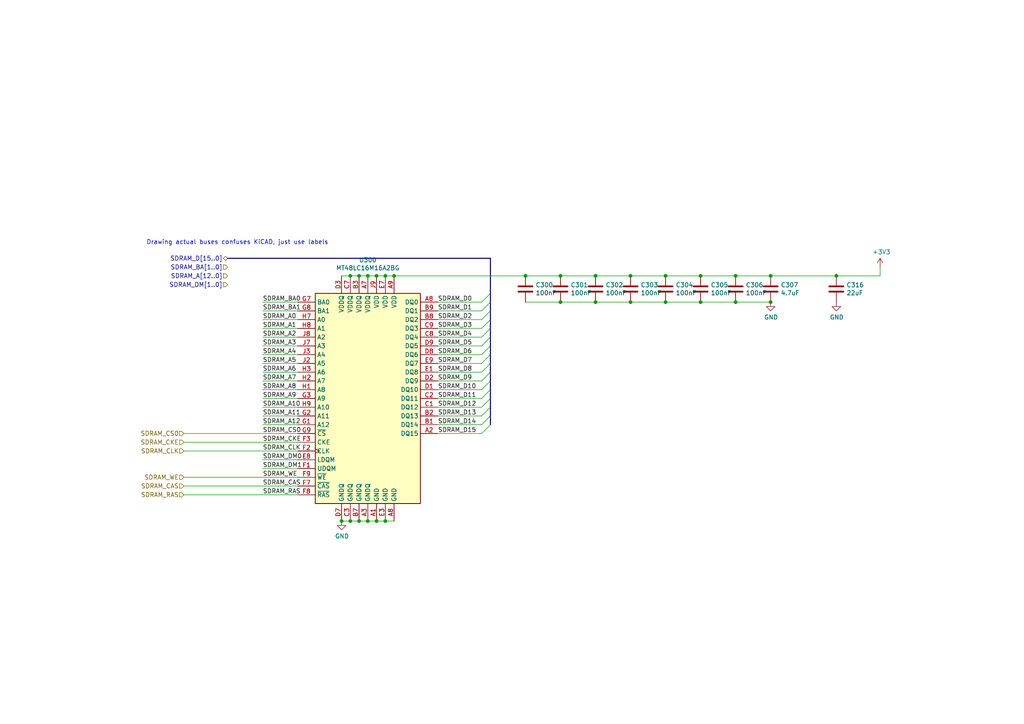
<source format=kicad_sch>
(kicad_sch (version 20210621) (generator eeschema)
  (paper "A4")
  (title_block (title "SitinaNe") (rev "R0.2") (company "Wenting"))
  (lib_symbols
    (symbol "Device:C" (pin_numbers hide) (pin_names (offset 0.254))
      (property "Reference" "C" (at 0.635 2.54 0))
      (property "Value" "C" (at 0.635 -2.54 0))
      (symbol "C_0_1"
        (polyline (pts (xy -2.032 -0.762) (xy 2.032 -0.762)) (stroke (width 0.508)))
        (polyline (pts (xy -2.032 0.762) (xy 2.032 0.762)) (stroke (width 0.508)))
      )
      (symbol "C_1_1"
        (pin passive line (at 0 3.81 270) (length 2.794) (name "~") (number "1"))
        (pin passive line (at 0 -3.81 90) (length 2.794) (name "~") (number "2"))
      )
    )
    (symbol "Sitina:MT48LC32M16A2B4"
      (property "Reference" "U" (at -15.24 31.75 0))
      (property "Value" "MT48LC32M16A2B4" (at -15.24 -31.75 0))
      (symbol "MT48LC32M16A2B4_1_1"
        (rectangle (start -15.24 30.48) (end 15.24 -30.48) (stroke (width 0.254)) (fill (type background)))
        (pin power_in line (at 2.54 -35.56 90) (length 5.08) (name "GND") (number "A1"))
        (pin bidirectional line (at 20.32 -10.16 180) (length 5.08) (name "DQ15") (number "A2"))
        (pin power_in line (at 0 -35.56 90) (length 5.08) (name "GNDQ") (number "A3"))
        (pin power_in line (at 0 35.56 270) (length 5.08) (name "VDDQ") (number "A7"))
        (pin bidirectional line (at 20.32 27.94 180) (length 5.08) (name "DQ0") (number "A8"))
        (pin power_in line (at 7.62 -35.56 90) (length 5.08) (name "GND") (number "A8"))
        (pin power_in line (at 7.62 35.56 270) (length 5.08) (name "VDD") (number "A9"))
        (pin bidirectional line (at 20.32 -7.62 180) (length 5.08) (name "DQ14") (number "B1"))
        (pin bidirectional line (at 20.32 -5.08 180) (length 5.08) (name "DQ13") (number "B2"))
        (pin power_in line (at -2.54 35.56 270) (length 5.08) (name "VDDQ") (number "B3"))
        (pin power_in line (at -2.54 -35.56 90) (length 5.08) (name "GNDQ") (number "B7"))
        (pin bidirectional line (at 20.32 22.86 180) (length 5.08) (name "DQ2") (number "B8"))
        (pin bidirectional line (at 20.32 25.4 180) (length 5.08) (name "DQ1") (number "B9"))
        (pin bidirectional line (at 20.32 -2.54 180) (length 5.08) (name "DQ12") (number "C1"))
        (pin bidirectional line (at 20.32 0 180) (length 5.08) (name "DQ11") (number "C2"))
        (pin power_in line (at -5.08 -35.56 90) (length 5.08) (name "GNDQ") (number "C3"))
        (pin power_in line (at -5.08 35.56 270) (length 5.08) (name "VDDQ") (number "C7"))
        (pin bidirectional line (at 20.32 17.78 180) (length 5.08) (name "DQ4") (number "C8"))
        (pin bidirectional line (at 20.32 20.32 180) (length 5.08) (name "DQ3") (number "C9"))
        (pin bidirectional line (at 20.32 2.54 180) (length 5.08) (name "DQ10") (number "D1"))
        (pin bidirectional line (at 20.32 5.08 180) (length 5.08) (name "DQ9") (number "D2"))
        (pin power_in line (at -7.62 35.56 270) (length 5.08) (name "VDDQ") (number "D3"))
        (pin power_in line (at -7.62 -35.56 90) (length 5.08) (name "GNDQ") (number "D7"))
        (pin bidirectional line (at 20.32 12.7 180) (length 5.08) (name "DQ6") (number "D8"))
        (pin bidirectional line (at 20.32 15.24 180) (length 5.08) (name "DQ5") (number "D9"))
        (pin bidirectional line (at 20.32 7.62 180) (length 5.08) (name "DQ8") (number "E1"))
        (pin no_connect line (at 15.24 -20.32 180) (length 5.08) hide (name "NC") (number "E2"))
        (pin power_in line (at 5.08 -35.56 90) (length 5.08) (name "GND") (number "E3"))
        (pin power_in line (at 5.08 35.56 270) (length 5.08) (name "VDD") (number "E7"))
        (pin input line (at -20.32 -17.78 0) (length 5.08) (name "LDQM") (number "E8"))
        (pin bidirectional line (at 20.32 10.16 180) (length 5.08) (name "DQ7") (number "E9"))
        (pin input line (at -20.32 -20.32 0) (length 5.08) (name "UDQM") (number "F1"))
        (pin input clock (at -20.32 -15.24 0) (length 5.08) (name "CLK") (number "F2"))
        (pin input line (at -20.32 -12.7 0) (length 5.08) (name "CKE") (number "F3"))
        (pin input line (at -20.32 -25.4 0) (length 5.08) (name "~{CAS}") (number "F7"))
        (pin input line (at -20.32 -27.94 0) (length 5.08) (name "~{RAS}") (number "F8"))
        (pin input line (at -20.32 -22.86 0) (length 5.08) (name "~{WE}") (number "F9"))
        (pin input line (at -20.32 -7.62 0) (length 5.08) (name "A12") (number "G1"))
        (pin input line (at -20.32 -5.08 0) (length 5.08) (name "A11") (number "G2"))
        (pin input line (at -20.32 0 0) (length 5.08) (name "A9") (number "G3"))
        (pin input line (at -20.32 27.94 0) (length 5.08) (name "BA0") (number "G7"))
        (pin input line (at -20.32 25.4 0) (length 5.08) (name "BA1") (number "G8"))
        (pin input line (at -20.32 -10.16 0) (length 5.08) (name "~{CS}") (number "G9"))
        (pin input line (at -20.32 2.54 0) (length 5.08) (name "A8") (number "H1"))
        (pin input line (at -20.32 5.08 0) (length 5.08) (name "A7") (number "H2"))
        (pin input line (at -20.32 7.62 0) (length 5.08) (name "A6") (number "H3"))
        (pin input line (at -20.32 22.86 0) (length 5.08) (name "A0") (number "H7"))
        (pin input line (at -20.32 20.32 0) (length 5.08) (name "A1") (number "H8"))
        (pin input line (at -20.32 -2.54 0) (length 5.08) (name "A10") (number "H9"))
        (pin input line (at -20.32 10.16 0) (length 5.08) (name "A5") (number "J2"))
        (pin input line (at -20.32 12.7 0) (length 5.08) (name "A4") (number "J3"))
        (pin input line (at -20.32 15.24 0) (length 5.08) (name "A3") (number "J7"))
        (pin input line (at -20.32 17.78 0) (length 5.08) (name "A2") (number "J8"))
        (pin power_in line (at 2.54 35.56 270) (length 5.08) (name "VDD") (number "J9"))
      )
    )
    (symbol "power:+3V3" (power) (pin_names (offset 0))
      (property "Value" "+3V3" (at 0 3.556 0))
      (symbol "+3V3_0_1"
        (polyline (pts (xy -0.762 1.27) (xy 0 2.54)))
        (polyline (pts (xy 0 0) (xy 0 2.54)))
        (polyline (pts (xy 0 2.54) (xy 0.762 1.27)))
      )
      (symbol "+3V3_1_1"
        (pin power_in line (at 0 0 90) (length 0) hide (name "+3V3") (number "1"))
      )
    )
    (symbol "power:GND" (power) (pin_names (offset 0))
      (property "Value" "GND" (at 0 -3.81 0))
      (symbol "GND_0_1"
        (polyline (pts (xy 0 0) (xy 0 -1.27) (xy 1.27 -1.27) (xy 0 -2.54) (xy -1.27 -1.27) (xy 0 -1.27)))
      )
      (symbol "GND_1_1"
        (pin power_in line (at 0 0 270) (length 0) hide (name "GND") (number "1"))
      )
    )
  )
  (junction (at 193.04 87.63) (diameter 0.9144))
  (junction (at 104.14 151.13) (diameter 0.9144))
  (junction (at 203.2 87.63) (diameter 0.9144))
  (junction (at 106.68 151.13) (diameter 0.9144))
  (junction (at 203.2 80.01) (diameter 0.9144))
  (junction (at 172.72 87.63) (diameter 0.9144))
  (junction (at 111.76 80.01) (diameter 0.9144))
  (junction (at 162.56 80.01) (diameter 0.9144))
  (junction (at 106.68 80.01) (diameter 0.9144))
  (junction (at 111.76 151.13) (diameter 0.9144))
  (junction (at 242.57 80.01) (diameter 0.9144))
  (junction (at 162.56 87.63) (diameter 0.9144))
  (junction (at 152.4 80.01) (diameter 0.9144))
  (junction (at 213.36 87.63) (diameter 0.9144))
  (junction (at 182.88 87.63) (diameter 0.9144))
  (junction (at 223.52 87.63) (diameter 0.9144))
  (junction (at 114.3 80.01) (diameter 0.9144))
  (junction (at 109.22 80.01) (diameter 0.9144))
  (junction (at 101.6 151.13) (diameter 0.9144))
  (junction (at 172.72 80.01) (diameter 0.9144))
  (junction (at 104.14 80.01) (diameter 0.9144))
  (junction (at 193.04 80.01) (diameter 0.9144))
  (junction (at 99.06 151.13) (diameter 0.9144))
  (junction (at 101.6 80.01) (diameter 0.9144))
  (junction (at 213.36 80.01) (diameter 0.9144))
  (junction (at 223.52 80.01) (diameter 0.9144))
  (junction (at 182.88 80.01) (diameter 0.9144))
  (junction (at 109.22 151.13) (diameter 0.9144))
  (bus_entry (at 139.7 110.49) (size 2.54 -2.54) (stroke (width 0.1524)))
  (bus_entry (at 139.7 102.87) (size 2.54 -2.54) (stroke (width 0.1524)))
  (bus_entry (at 139.7 125.73) (size 2.54 -2.54) (stroke (width 0.1524)))
  (bus_entry (at 139.7 107.95) (size 2.54 -2.54) (stroke (width 0.1524)))
  (bus_entry (at 139.7 87.63) (size 2.54 -2.54) (stroke (width 0.1524)))
  (bus_entry (at 139.7 97.79) (size 2.54 -2.54) (stroke (width 0.1524)))
  (bus_entry (at 139.7 115.57) (size 2.54 -2.54) (stroke (width 0.1524)))
  (bus_entry (at 139.7 118.11) (size 2.54 -2.54) (stroke (width 0.1524)))
  (bus_entry (at 139.7 100.33) (size 2.54 -2.54) (stroke (width 0.1524)))
  (bus_entry (at 139.7 113.03) (size 2.54 -2.54) (stroke (width 0.1524)))
  (bus_entry (at 139.7 105.41) (size 2.54 -2.54) (stroke (width 0.1524)))
  (bus_entry (at 139.7 95.25) (size 2.54 -2.54) (stroke (width 0.1524)))
  (bus_entry (at 139.7 90.17) (size 2.54 -2.54) (stroke (width 0.1524)))
  (bus_entry (at 139.7 120.65) (size 2.54 -2.54) (stroke (width 0.1524)))
  (bus_entry (at 139.7 123.19) (size 2.54 -2.54) (stroke (width 0.1524)))
  (bus_entry (at 139.7 92.71) (size 2.54 -2.54) (stroke (width 0.1524)))
  (wire (pts (xy 127 125.73) (xy 139.7 125.73)))
  (wire (pts (xy 127 115.57) (xy 139.7 115.57)))
  (wire (pts (xy 193.04 80.01) (xy 182.88 80.01)))
  (wire (pts (xy 242.57 80.01) (xy 255.27 80.01)))
  (wire (pts (xy 76.2 123.19) (xy 86.36 123.19)))
  (wire (pts (xy 127 100.33) (xy 139.7 100.33)))
  (wire (pts (xy 76.2 87.63) (xy 86.36 87.63)))
  (wire (pts (xy 182.88 87.63) (xy 193.04 87.63)))
  (wire (pts (xy 53.34 143.51) (xy 86.36 143.51)))
  (wire (pts (xy 76.2 92.71) (xy 86.36 92.71)))
  (wire (pts (xy 203.2 80.01) (xy 193.04 80.01)))
  (wire (pts (xy 162.56 80.01) (xy 152.4 80.01)))
  (wire (pts (xy 127 123.19) (xy 139.7 123.19)))
  (wire (pts (xy 53.34 128.27) (xy 86.36 128.27)))
  (wire (pts (xy 127 92.71) (xy 139.7 92.71)))
  (wire (pts (xy 53.34 138.43) (xy 86.36 138.43)))
  (wire (pts (xy 104.14 151.13) (xy 101.6 151.13)))
  (wire (pts (xy 76.2 113.03) (xy 86.36 113.03)))
  (wire (pts (xy 127 87.63) (xy 139.7 87.63)))
  (bus (pts (xy 142.24 74.93) (xy 66.04 74.93)))
  (wire (pts (xy 255.27 77.47) (xy 255.27 80.01)))
  (wire (pts (xy 109.22 151.13) (xy 106.68 151.13)))
  (wire (pts (xy 109.22 80.01) (xy 106.68 80.01)))
  (wire (pts (xy 53.34 125.73) (xy 86.36 125.73)))
  (wire (pts (xy 213.36 87.63) (xy 223.52 87.63)))
  (wire (pts (xy 76.2 102.87) (xy 86.36 102.87)))
  (wire (pts (xy 127 110.49) (xy 139.7 110.49)))
  (wire (pts (xy 111.76 80.01) (xy 109.22 80.01)))
  (wire (pts (xy 203.2 87.63) (xy 213.36 87.63)))
  (wire (pts (xy 76.2 95.25) (xy 86.36 95.25)))
  (wire (pts (xy 127 118.11) (xy 139.7 118.11)))
  (wire (pts (xy 127 105.41) (xy 139.7 105.41)))
  (wire (pts (xy 111.76 151.13) (xy 109.22 151.13)))
  (wire (pts (xy 127 97.79) (xy 139.7 97.79)))
  (wire (pts (xy 127 120.65) (xy 139.7 120.65)))
  (wire (pts (xy 127 95.25) (xy 139.7 95.25)))
  (wire (pts (xy 101.6 80.01) (xy 99.06 80.01)))
  (wire (pts (xy 106.68 80.01) (xy 104.14 80.01)))
  (wire (pts (xy 53.34 130.81) (xy 86.36 130.81)))
  (wire (pts (xy 162.56 87.63) (xy 172.72 87.63)))
  (wire (pts (xy 76.2 105.41) (xy 86.36 105.41)))
  (wire (pts (xy 76.2 110.49) (xy 86.36 110.49)))
  (wire (pts (xy 182.88 80.01) (xy 172.72 80.01)))
  (wire (pts (xy 213.36 80.01) (xy 203.2 80.01)))
  (wire (pts (xy 127 113.03) (xy 139.7 113.03)))
  (wire (pts (xy 76.2 135.89) (xy 86.36 135.89)))
  (bus (pts (xy 142.24 85.09) (xy 142.24 87.63)))
  (bus (pts (xy 142.24 74.93) (xy 142.24 85.09)))
  (bus (pts (xy 142.24 87.63) (xy 142.24 90.17)))
  (bus (pts (xy 142.24 90.17) (xy 142.24 92.71)))
  (bus (pts (xy 142.24 92.71) (xy 142.24 95.25)))
  (bus (pts (xy 142.24 95.25) (xy 142.24 97.79)))
  (bus (pts (xy 142.24 97.79) (xy 142.24 100.33)))
  (bus (pts (xy 142.24 100.33) (xy 142.24 102.87)))
  (bus (pts (xy 142.24 102.87) (xy 142.24 105.41)))
  (bus (pts (xy 142.24 105.41) (xy 142.24 107.95)))
  (bus (pts (xy 142.24 115.57) (xy 142.24 118.11)))
  (bus (pts (xy 142.24 107.95) (xy 142.24 110.49)))
  (bus (pts (xy 142.24 110.49) (xy 142.24 113.03)))
  (bus (pts (xy 142.24 113.03) (xy 142.24 115.57)))
  (bus (pts (xy 142.24 118.11) (xy 142.24 120.65)))
  (bus (pts (xy 142.24 120.65) (xy 142.24 123.19)))
  (wire (pts (xy 114.3 80.01) (xy 111.76 80.01)))
  (wire (pts (xy 114.3 151.13) (xy 111.76 151.13)))
  (wire (pts (xy 76.2 120.65) (xy 86.36 120.65)))
  (wire (pts (xy 101.6 151.13) (xy 99.06 151.13)))
  (wire (pts (xy 127 107.95) (xy 139.7 107.95)))
  (wire (pts (xy 172.72 87.63) (xy 182.88 87.63)))
  (wire (pts (xy 223.52 80.01) (xy 242.57 80.01)))
  (wire (pts (xy 76.2 100.33) (xy 86.36 100.33)))
  (wire (pts (xy 53.34 140.97) (xy 86.36 140.97)))
  (wire (pts (xy 152.4 80.01) (xy 114.3 80.01)))
  (wire (pts (xy 104.14 80.01) (xy 101.6 80.01)))
  (wire (pts (xy 127 90.17) (xy 139.7 90.17)))
  (wire (pts (xy 172.72 80.01) (xy 162.56 80.01)))
  (wire (pts (xy 193.04 87.63) (xy 203.2 87.63)))
  (wire (pts (xy 76.2 90.17) (xy 86.36 90.17)))
  (wire (pts (xy 76.2 118.11) (xy 86.36 118.11)))
  (wire (pts (xy 127 102.87) (xy 139.7 102.87)))
  (wire (pts (xy 106.68 151.13) (xy 104.14 151.13)))
  (wire (pts (xy 76.2 107.95) (xy 86.36 107.95)))
  (wire (pts (xy 223.52 80.01) (xy 213.36 80.01)))
  (wire (pts (xy 76.2 115.57) (xy 86.36 115.57)))
  (wire (pts (xy 152.4 87.63) (xy 162.56 87.63)))
  (wire (pts (xy 76.2 133.35) (xy 86.36 133.35)))
  (wire (pts (xy 76.2 97.79) (xy 86.36 97.79)))
  (text "Drawing actual buses confuses KiCAD, just use labels" (at 95.25 71.12 0) (effects (font (size 1.27 1.27)) (justify right bottom)))
  (label "SDRAM_A11" (at 76.2 120.65 0))
  (label "SDRAM_D8" (at 127 107.95 0))
  (label "SDRAM_A2" (at 76.2 97.79 0))
  (label "SDRAM_A12" (at 76.2 123.19 0))
  (label "SDRAM_D4" (at 127 97.79 0))
  (label "SDRAM_D7" (at 127 105.41 0))
  (label "SDRAM_A1" (at 76.2 95.25 0))
  (label "SDRAM_CAS" (at 76.2 140.97 0))
  (label "SDRAM_A7" (at 76.2 110.49 0))
  (label "SDRAM_D15" (at 127 125.73 0))
  (label "SDRAM_A6" (at 76.2 107.95 0))
  (label "SDRAM_A10" (at 76.2 118.11 0))
  (label "SDRAM_A0" (at 76.2 92.71 0))
  (label "SDRAM_DM0" (at 76.2 133.35 0))
  (label "SDRAM_BA1" (at 76.2 90.17 0))
  (label "SDRAM_D13" (at 127 120.65 0))
  (label "SDRAM_WE" (at 76.2 138.43 0))
  (label "SDRAM_CS0" (at 76.2 125.73 0))
  (label "SDRAM_A5" (at 76.2 105.41 0))
  (label "SDRAM_D1" (at 127 90.17 0))
  (label "SDRAM_D14" (at 127 123.19 0))
  (label "SDRAM_A8" (at 76.2 113.03 0))
  (label "SDRAM_CKE" (at 76.2 128.27 0))
  (label "SDRAM_CLK" (at 76.2 130.81 0))
  (label "SDRAM_D12" (at 127 118.11 0))
  (label "SDRAM_DM1" (at 76.2 135.89 0))
  (label "SDRAM_D9" (at 127 110.49 0))
  (label "SDRAM_A9" (at 76.2 115.57 0))
  (label "SDRAM_BA0" (at 76.2 87.63 0))
  (label "SDRAM_D11" (at 127 115.57 0))
  (label "SDRAM_RAS" (at 76.2 143.51 0))
  (label "SDRAM_A3" (at 76.2 100.33 0))
  (label "SDRAM_D3" (at 127 95.25 0))
  (label "SDRAM_A4" (at 76.2 102.87 0))
  (label "SDRAM_D0" (at 127 87.63 0))
  (label "SDRAM_D5" (at 127 100.33 0))
  (label "SDRAM_D2" (at 127 92.71 0))
  (label "SDRAM_D6" (at 127 102.87 0))
  (label "SDRAM_D10" (at 127 113.03 0))
  (hierarchical_label "SDRAM_BA[1..0]" (shape input) (at 66.04 77.47 180))
  (hierarchical_label "SDRAM_DM[1..0]" (shape input) (at 66.04 82.55 180))
  (hierarchical_label "SDRAM_RAS" (shape input) (at 53.34 143.51 180))
  (hierarchical_label "SDRAM_CAS" (shape input) (at 53.34 140.97 180))
  (hierarchical_label "SDRAM_A[12..0]" (shape input) (at 66.04 80.01 180))
  (hierarchical_label "SDRAM_D[15..0]" (shape bidirectional) (at 66.04 74.93 180))
  (hierarchical_label "SDRAM_WE" (shape input) (at 53.34 138.43 180))
  (hierarchical_label "SDRAM_CS0" (shape input) (at 53.34 125.73 180))
  (hierarchical_label "SDRAM_CLK" (shape input) (at 53.34 130.81 180))
  (hierarchical_label "SDRAM_CKE" (shape input) (at 53.34 128.27 180))
  (symbol (lib_id "Sitina:MT48LC32M16A2B4") (at 106.68 115.57 0) (unit 1)
    (property "Reference" "U300" (at 106.68 75.4126 0))
    (property "Value" "MT48LC16M16A2BG" (at 106.68 77.724 0))
    (property "Footprint" "Footprints:BGA-54_9x9_8.0x8.0mm" (effects hide))
  )
  (symbol (lib_id "power:GND") (at 99.06 151.13 0) (unit 1)
    (property "Reference" "#PWR0102" (effects hide))
    (property "Value" "GND" (at 99.187 155.5242 0))
  )
  (symbol (lib_id "Device:C") (at 152.4 83.82 0) (unit 1)
    (property "Reference" "C300" (at 155.321 82.6516 0) (effects (justify left)))
    (property "Value" "100nF" (at 155.321 84.963 0) (effects (justify left)))
    (property "Footprint" "Capacitor_SMD:C_0402_1005Metric" (effects hide))
  )
  (symbol (lib_id "Device:C") (at 162.56 83.82 0) (unit 1)
    (property "Reference" "C301" (at 165.481 82.6516 0) (effects (justify left)))
    (property "Value" "100nF" (at 165.481 84.963 0) (effects (justify left)))
    (property "Footprint" "Capacitor_SMD:C_0402_1005Metric" (effects hide))
  )
  (symbol (lib_id "Device:C") (at 172.72 83.82 0) (unit 1)
    (property "Reference" "C302" (at 175.641 82.6516 0) (effects (justify left)))
    (property "Value" "100nF" (at 175.641 84.963 0) (effects (justify left)))
    (property "Footprint" "Capacitor_SMD:C_0402_1005Metric" (effects hide))
  )
  (symbol (lib_id "Device:C") (at 182.88 83.82 0) (unit 1)
    (property "Reference" "C303" (at 185.801 82.6516 0) (effects (justify left)))
    (property "Value" "100nF" (at 185.801 84.963 0) (effects (justify left)))
    (property "Footprint" "Capacitor_SMD:C_0402_1005Metric" (effects hide))
  )
  (symbol (lib_id "Device:C") (at 193.04 83.82 0) (unit 1)
    (property "Reference" "C304" (at 195.961 82.6516 0) (effects (justify left)))
    (property "Value" "100nF" (at 195.961 84.963 0) (effects (justify left)))
    (property "Footprint" "Capacitor_SMD:C_0402_1005Metric" (effects hide))
  )
  (symbol (lib_id "Device:C") (at 203.2 83.82 0) (unit 1)
    (property "Reference" "C305" (at 206.121 82.6516 0) (effects (justify left)))
    (property "Value" "100nF" (at 206.121 84.963 0) (effects (justify left)))
    (property "Footprint" "Capacitor_SMD:C_0402_1005Metric" (effects hide))
  )
  (symbol (lib_id "Device:C") (at 213.36 83.82 0) (unit 1)
    (property "Reference" "C306" (at 216.281 82.6516 0) (effects (justify left)))
    (property "Value" "100nF" (at 216.281 84.963 0) (effects (justify left)))
    (property "Footprint" "Capacitor_SMD:C_0402_1005Metric" (effects hide))
  )
  (symbol (lib_id "Device:C") (at 223.52 83.82 0) (unit 1)
    (property "Reference" "C307" (at 226.441 82.6516 0) (effects (justify left)))
    (property "Value" "4.7uF" (at 226.441 84.963 0) (effects (justify left)))
    (property "Footprint" "Capacitor_SMD:C_0603_1608Metric" (effects hide))
  )
  (symbol (lib_id "Device:C") (at 242.57 83.82 0) (unit 1)
    (property "Reference" "C316" (at 245.491 82.6516 0) (effects (justify left)))
    (property "Value" "22uF" (at 245.491 84.963 0) (effects (justify left)))
    (property "Footprint" "Capacitor_SMD:C_0603_1608Metric" (effects hide))
  )
  (symbol (lib_id "power:GND") (at 242.57 87.63 0) (unit 1)
    (property "Reference" "#PWR0104" (effects hide))
    (property "Value" "GND" (at 242.697 92.0242 0))
  )
  (symbol (lib_id "power:+3V3") (at 255.27 77.47 0) (unit 1)
    (property "Reference" "#PWR0106" (effects hide))
    (property "Value" "+3V3" (at 255.651 73.0758 0))
  )
  (symbol (lib_id "power:GND") (at 223.52 87.63 0) (unit 1)
    (property "Reference" "#PWR0107" (effects hide))
    (property "Value" "GND" (at 223.647 92.0242 0))
  )
)
</source>
